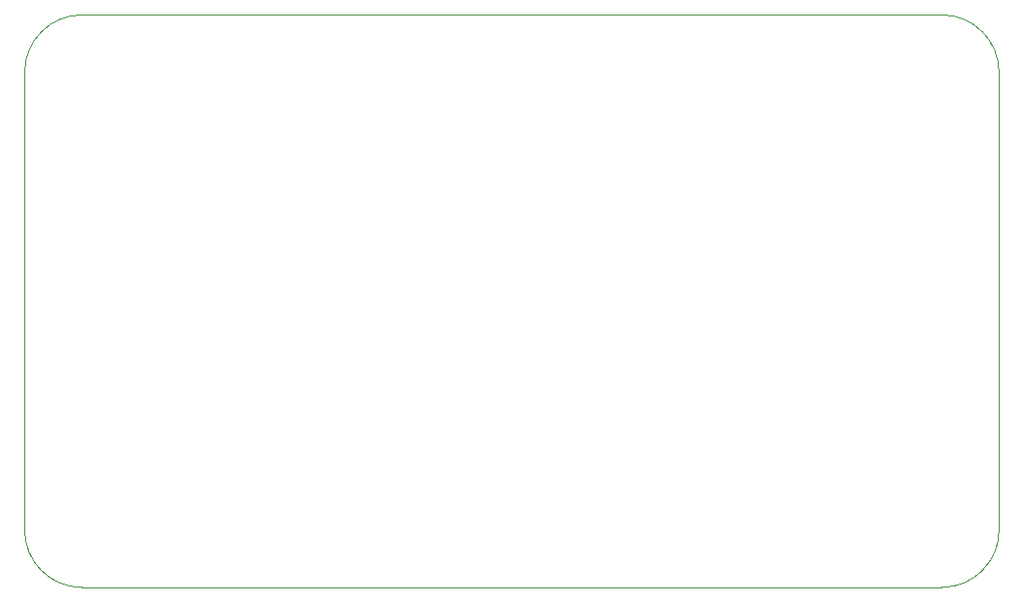
<source format=gbr>
%TF.GenerationSoftware,KiCad,Pcbnew,9.0.2*%
%TF.CreationDate,2025-06-20T12:40:34-04:00*%
%TF.ProjectId,criss,63726973-732e-46b6-9963-61645f706362,rev?*%
%TF.SameCoordinates,Original*%
%TF.FileFunction,Profile,NP*%
%FSLAX46Y46*%
G04 Gerber Fmt 4.6, Leading zero omitted, Abs format (unit mm)*
G04 Created by KiCad (PCBNEW 9.0.2) date 2025-06-20 12:40:34*
%MOMM*%
%LPD*%
G01*
G04 APERTURE LIST*
%TA.AperFunction,Profile*%
%ADD10C,0.050000*%
%TD*%
G04 APERTURE END LIST*
D10*
X100000000Y-20000000D02*
G75*
G02*
X105000000Y-25000000I0J-5000000D01*
G01*
X25000000Y-70000000D02*
G75*
G02*
X20000000Y-65000000I0J5000000D01*
G01*
X25000000Y-20000000D02*
X100000000Y-20000000D01*
X20000000Y-25000000D02*
G75*
G02*
X25000000Y-20000000I5000000J0D01*
G01*
X20000000Y-65000000D02*
X20000000Y-25000000D01*
X105000000Y-25000000D02*
X105000000Y-65000000D01*
X100000000Y-70000000D02*
X25000000Y-70000000D01*
X105000000Y-65000000D02*
G75*
G02*
X100000000Y-70000000I-5000000J0D01*
G01*
M02*

</source>
